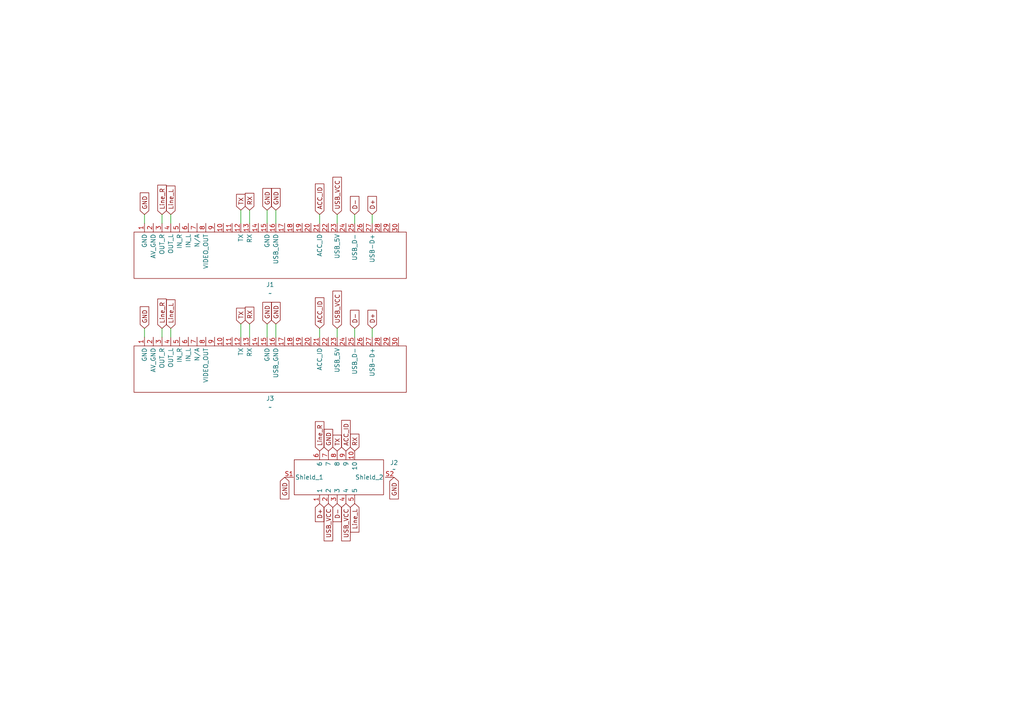
<source format=kicad_sch>
(kicad_sch (version 20231120) (generator "eeschema") (generator_version "8.0")
  (paper "A4")
  (lib_symbols
    (symbol "Connector:MOLEX_SlimStack_505070_1022"
      (property "Reference" "J" (at 0 0 0))
      (symbol "MOLEX_SlimStack_505070_1022_0_1"
        (rectangle (start 0 -7.874) (end 10.16 -33.782))
      )
      (symbol "MOLEX_SlimStack_505070_1022_1_0"
        (pin passive line (at -2.54 -15.24 0) (length 2.54) (name "1") (number "1"))
        (pin passive line (at 12.7 -25.4 180) (length 2.54) (name "10") (number "10"))
        (pin passive line (at -2.54 -17.78 0) (length 2.54) (name "2") (number "2"))
        (pin passive line (at -2.54 -20.32 0) (length 2.54) (name "3") (number "3"))
        (pin passive line (at -2.54 -22.86 0) (length 2.54) (name "4") (number "4"))
        (pin passive line (at -2.54 -25.4 0) (length 2.54) (name "5") (number "5"))
        (pin passive line (at 12.7 -15.24 180) (length 2.54) (name "6") (number "6"))
        (pin passive line (at 12.7 -17.78 180) (length 2.54) (name "7") (number "7"))
        (pin passive line (at 12.7 -20.32 180) (length 2.54) (name "8") (number "8"))
        (pin passive line (at 12.7 -22.86 180) (length 2.54) (name "9") (number "9"))
        (pin passive line (at 5.08 -36.83 90) (length 2.54) (name "Shield_2") (number "S2"))
      )
      (symbol "MOLEX_SlimStack_505070_1022_1_1"
        (pin passive line (at 5.08 -5.08 270) (length 2.54) (name "Shield_1") (number "S1"))
      )
    )
    (symbol "Connector:conn_ipod_30pin"
      (property "Reference" "J" (at -22.098 -7.874 0))
      (symbol "conn_ipod_30pin_0_1"
        (rectangle (start -19.558 -6.35) (end 59.436 -19.812))
      )
      (symbol "conn_ipod_30pin_1_0"
        (pin input line (at 21.59 -3.81 270) (length 2.54) (name "USB_GND") (number "16"))
        (pin input line (at 24.13 -3.81 270) (length 2.54) (name "") (number "17"))
        (pin input line (at 26.67 -3.81 270) (length 2.54) (name "") (number "18"))
        (pin input line (at 29.21 -3.81 270) (length 2.54) (name "") (number "19"))
        (pin input line (at 31.75 -3.81 270) (length 2.54) (name "") (number "20"))
        (pin input line (at 34.29 -3.81 270) (length 2.54) (name "ACC_ID") (number "21"))
        (pin input line (at 36.83 -3.81 270) (length 2.54) (name "") (number "22"))
        (pin input line (at 39.37 -3.81 270) (length 2.54) (name "USB_5V") (number "23"))
        (pin input line (at 41.91 -3.81 270) (length 2.54) (name "") (number "24"))
        (pin input line (at 44.45 -3.81 270) (length 2.54) (name "USB_D-") (number "25"))
        (pin input line (at 46.99 -3.81 270) (length 2.54) (name "") (number "26"))
        (pin input line (at 49.53 -3.81 270) (length 2.54) (name "USB-D+") (number "27"))
        (pin input line (at 52.07 -3.81 270) (length 2.54) (name "") (number "28"))
        (pin input line (at 54.61 -3.81 270) (length 2.54) (name "") (number "29"))
        (pin input line (at 57.15 -3.81 270) (length 2.54) (name "") (number "30"))
      )
      (symbol "conn_ipod_30pin_1_1"
        (pin input line (at -16.51 -3.81 270) (length 2.54) (name "GND") (number "1"))
        (pin input line (at 6.35 -3.81 270) (length 2.54) (name "") (number "10"))
        (pin input line (at 8.89 -3.81 270) (length 2.54) (name "") (number "11"))
        (pin input line (at 11.43 -3.81 270) (length 2.54) (name "TX") (number "12"))
        (pin input line (at 13.97 -3.81 270) (length 2.54) (name "RX") (number "13"))
        (pin input line (at 16.51 -3.81 270) (length 2.54) (name "") (number "14"))
        (pin input line (at 19.05 -3.81 270) (length 2.54) (name "GND") (number "15"))
        (pin input line (at -13.97 -3.81 270) (length 2.54) (name "AV_GND") (number "2"))
        (pin input line (at -11.43 -3.81 270) (length 2.54) (name "OUT_R") (number "3"))
        (pin input line (at -8.89 -3.81 270) (length 2.54) (name "OUT_L") (number "4"))
        (pin input line (at -6.35 -3.81 270) (length 2.54) (name "IN_R") (number "5"))
        (pin input line (at -3.81 -3.81 270) (length 2.54) (name "IN_L") (number "6"))
        (pin input line (at -1.27 -3.81 270) (length 2.54) (name "N/A") (number "7"))
        (pin input line (at 1.27 -3.81 270) (length 2.54) (name "VIDEO_OUT") (number "8"))
        (pin input line (at 3.81 -3.81 270) (length 2.54) (name "") (number "9"))
      )
    )
  )
  (wire (pts (xy 107.95 62.23) (xy 107.95 64.77)))
  (wire (pts (xy 69.85 93.98) (xy 69.85 97.79)))
  (wire (pts (xy 80.01 60.96) (xy 80.01 64.77)))
  (wire (pts (xy 46.99 95.25) (xy 46.99 97.79)))
  (wire (pts (xy 80.01 93.98) (xy 80.01 97.79)))
  (wire (pts (xy 77.47 60.96) (xy 77.47 64.77)))
  (wire (pts (xy 102.87 62.23) (xy 102.87 64.77)))
  (wire (pts (xy 107.95 95.25) (xy 107.95 97.79)))
  (wire (pts (xy 72.39 60.96) (xy 72.39 64.77)))
  (wire (pts (xy 46.99 62.23) (xy 46.99 64.77)))
  (wire (pts (xy 41.91 95.25) (xy 41.91 97.79)))
  (wire (pts (xy 92.71 62.23) (xy 92.71 64.77)))
  (wire (pts (xy 77.47 93.98) (xy 77.47 97.79)))
  (wire (pts (xy 102.87 95.25) (xy 102.87 97.79)))
  (wire (pts (xy 69.85 60.96) (xy 69.85 64.77)))
  (wire (pts (xy 97.79 95.25) (xy 97.79 97.79)))
  (wire (pts (xy 92.71 95.25) (xy 92.71 97.79)))
  (wire (pts (xy 72.39 93.98) (xy 72.39 97.79)))
  (wire (pts (xy 49.53 95.25) (xy 49.53 97.79)))
  (wire (pts (xy 41.91 62.23) (xy 41.91 64.77)))
  (wire (pts (xy 97.79 62.23) (xy 97.79 64.77)))
  (wire (pts (xy 49.53 62.23) (xy 49.53 64.77)))
  (global_label "D+" (shape input) (at 107.95 62.23 90) (property "Intersheetrefs" "${INTERSHEET_REFS}" (effects (hide yes))))
  (global_label "TX" (shape input) (at 97.79 130.81 90) (property "Intersheetrefs" "${INTERSHEET_REFS}" (effects (hide yes))))
  (global_label "D-" (shape input) (at 102.87 62.23 90) (property "Intersheetrefs" "${INTERSHEET_REFS}" (effects (hide yes))))
  (global_label "RX" (shape input) (at 102.87 130.81 90) (property "Intersheetrefs" "${INTERSHEET_REFS}" (effects (hide yes))))
  (global_label "USB_VCC" (shape input) (at 97.79 62.23 90) (property "Intersheetrefs" "${INTERSHEET_REFS}" (effects (hide yes))))
  (global_label "Line_L" (shape input) (at 49.53 62.23 90) (property "Intersheetrefs" "${INTERSHEET_REFS}" (effects (hide yes))))
  (global_label "GND" (shape input) (at 80.01 93.98 90) (property "Intersheetrefs" "${INTERSHEET_REFS}" (effects (hide yes))))
  (global_label "GND" (shape input) (at 41.91 62.23 90) (property "Intersheetrefs" "${INTERSHEET_REFS}" (effects (hide yes))))
  (global_label "Line_R" (shape input) (at 46.99 95.25 90) (property "Intersheetrefs" "${INTERSHEET_REFS}" (effects (hide yes))))
  (global_label "Line_R" (shape input) (at 46.99 62.23 90) (property "Intersheetrefs" "${INTERSHEET_REFS}" (effects (hide yes))))
  (global_label "USB_VCC" (shape input) (at 100.33 146.05 270) (property "Intersheetrefs" "${INTERSHEET_REFS}" (effects (hide yes))))
  (global_label "GND" (shape input) (at 41.91 95.25 90) (property "Intersheetrefs" "${INTERSHEET_REFS}" (effects (hide yes))))
  (global_label "Line_R" (shape input) (at 92.71 130.81 90) (property "Intersheetrefs" "${INTERSHEET_REFS}" (effects (hide yes))))
  (global_label "TX" (shape input) (at 69.85 93.98 90) (property "Intersheetrefs" "${INTERSHEET_REFS}" (effects (hide yes))))
  (global_label "D+" (shape input) (at 92.71 146.05 270) (property "Intersheetrefs" "${INTERSHEET_REFS}" (effects (hide yes))))
  (global_label "RX" (shape input) (at 72.39 93.98 90) (property "Intersheetrefs" "${INTERSHEET_REFS}" (effects (hide yes))))
  (global_label "Line_L" (shape input) (at 49.53 95.25 90) (property "Intersheetrefs" "${INTERSHEET_REFS}" (effects (hide yes))))
  (global_label "D-" (shape input) (at 97.79 146.05 270) (property "Intersheetrefs" "${INTERSHEET_REFS}" (effects (hide yes))))
  (global_label "GND" (shape input) (at 77.47 93.98 90) (property "Intersheetrefs" "${INTERSHEET_REFS}" (effects (hide yes))))
  (global_label "RX" (shape input) (at 72.39 60.96 90) (property "Intersheetrefs" "${INTERSHEET_REFS}" (effects (hide yes))))
  (global_label "USB_VCC" (shape input) (at 97.79 95.25 90) (property "Intersheetrefs" "${INTERSHEET_REFS}" (effects (hide yes))))
  (global_label "ACC_ID" (shape input) (at 100.33 130.81 90) (property "Intersheetrefs" "${INTERSHEET_REFS}" (effects (hide yes))))
  (global_label "USB_VCC" (shape input) (at 95.25 146.05 270) (property "Intersheetrefs" "${INTERSHEET_REFS}" (effects (hide yes))))
  (global_label "GND" (shape input) (at 114.3 138.43 270) (property "Intersheetrefs" "${INTERSHEET_REFS}" (effects (hide yes))))
  (global_label "GND" (shape input) (at 80.01 60.96 90) (property "Intersheetrefs" "${INTERSHEET_REFS}" (effects (hide yes))))
  (global_label "Line_L" (shape input) (at 102.87 146.05 270) (property "Intersheetrefs" "${INTERSHEET_REFS}" (effects (hide yes))))
  (global_label "GND" (shape input) (at 82.55 138.43 270) (property "Intersheetrefs" "${INTERSHEET_REFS}" (effects (hide yes))))
  (global_label "D-" (shape input) (at 102.87 95.25 90) (property "Intersheetrefs" "${INTERSHEET_REFS}" (effects (hide yes))))
  (global_label "D+" (shape input) (at 107.95 95.25 90) (property "Intersheetrefs" "${INTERSHEET_REFS}" (effects (hide yes))))
  (global_label "TX" (shape input) (at 69.85 60.96 90) (property "Intersheetrefs" "${INTERSHEET_REFS}" (effects (hide yes))))
  (global_label "GND" (shape input) (at 95.25 130.81 90) (property "Intersheetrefs" "${INTERSHEET_REFS}" (effects (hide yes))))
  (global_label "GND" (shape input) (at 77.47 60.96 90) (property "Intersheetrefs" "${INTERSHEET_REFS}" (effects (hide yes))))
  (global_label "ACC_ID" (shape input) (at 92.71 62.23 90) (property "Intersheetrefs" "${INTERSHEET_REFS}" (effects (hide yes))))
  (global_label "ACC_ID" (shape input) (at 92.71 95.25 90) (property "Intersheetrefs" "${INTERSHEET_REFS}" (effects (hide yes))))
  (symbol (lib_id "Connector:conn_ipod_30pin") (at 58.42 93.98 0) (unit 1)
    (property "Reference" "J3" (at 78.359 115.57 0))
    (property "Value" "~" (at 78.359 118.11 0))
    (property "Footprint" "Connector:SolderPad_iPod_Dock" (effects (hide yes)))
  )
  (symbol (lib_id "Connector:MOLEX_SlimStack_505070_1022") (at 77.47 143.51 90) (unit 1)
    (property "Reference" "J2" (at 114.3 134.2038 90))
    (property "Value" "~" (at 114.3 136.1089 90))
    (property "Footprint" "Connector_Molex:MOLEX_505070_1022" (effects (hide yes)))
    (property "Datasheet" "https://www.molex.com/en-us/products/part-detail/5050701022?display=pdf" (effects (hide yes)))
  )
  (symbol (lib_id "Connector:conn_ipod_30pin") (at 58.42 60.96 0) (unit 1)
    (property "Reference" "J1" (at 78.359 82.55 0))
    (property "Value" "~" (at 78.359 85.09 0))
    (property "Footprint" "Connector:SolderPad_iPod_Dock" (effects (hide yes)))
  )
)
</source>
